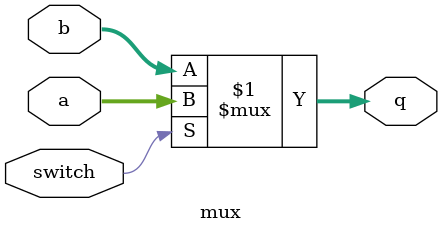
<source format=v>
/*
   Copyright 2020 Ali Raheem <github@shoryuken.me>

   Licensed under the Apache License, Version 2.0 (the "License");
   you may not use this file except in compliance with the License.
   You may obtain a copy of the License at

       http://www.apache.org/licenses/LICENSE-2.0

   Unless required by applicable law or agreed to in writing, software
   distributed under the License is distributed on an "AS IS" BASIS,
   WITHOUT WARRANTIES OR CONDITIONS OF ANY KIND, either express or implied.
   See the License for the specific language governing permissions and limitations under the License.
*/

module mux (a, b, q, switch);
   parameter BUS_WIDTH = 4;
   input [BUS_WIDTH - 1:0] a;
   input [BUS_WIDTH - 1:0] b;
   output [BUS_WIDTH - 1:0] q;
   input 		   switch;

   assign q = switch ? a : b;
   
endmodule // mux

</source>
